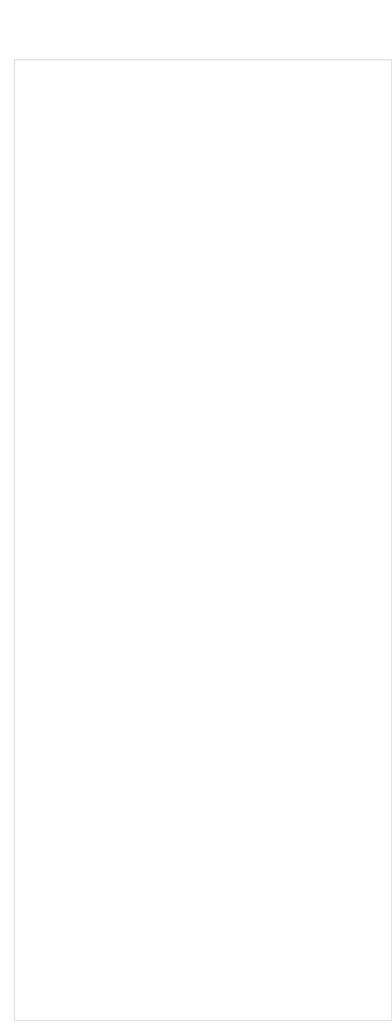
<source format=kicad_pcb>
(kicad_pcb (version 20211014) (generator pcbnew)
  (layers (0 "F.Cu" signal) (31 "B.Cu" signal) (34 "B.Paste" user) (35 "F.Paste" user) (36 "B.SilkS" user "B.Silkscreen") (37 "F.SilkS" user "F.Silkscreen") (38 "B.Mask" user) (39 "F.Mask" user) (44 "Edge.Cuts" user))
  (net 0 "")
  (footprint "Custom_Footprints:Sub_Miniature_Switch_MountingHole_3.5mm" (layer "F.Cu") (at 157.99 85.56)
    (fp_text reference "Ref**" hide)
    (fp_text value "Subminiature_Switch" hide)
    (pad "" np_thru_hole circle locked (at 0 0) (size 6.4 6.4) (drill 6.4) (layers F&B.Cu *.Mask))
  )
  (footprint "Custom_Footprints:Sub_Miniature_Switch_MountingHole_3.5mm" (layer "F.Cu") (at 146.81 100.54)
    (fp_text reference "Ref**" hide)
    (fp_text value "Subminiature_Switch" hide)
    (pad "" np_thru_hole circle locked (at 0 0) (size 6.4 6.4) (drill 6.4) (layers F&B.Cu *.Mask))
  )
  (footprint "MountingHole:MountingHole_6.4mm_M6" (layer "F.Cu") (at 155.69 63.28)
    (fp_text reference "REF**" hide)
    (fp_text value "MountingHole_6.4mm_M6")
    (pad "" np_thru_hole circle (at 0 0) (size 6.4 6.4) (drill 6.4) (layers *.Cu *.Mask))
  )
  (footprint "Custom_Footprints:Sub_Miniature_Switch_MountingHole_3.5mm" (layer "F.Cu") (at 146.81 115.53)
    (fp_text reference "Ref**" hide)
    (fp_text value "Subminiature_Switch" hide)
    (pad "" np_thru_hole circle locked (at 0 0) (size 6.4 6.4) (drill 6.4) (layers F&B.Cu *.Mask))
  )
  (footprint "MountingHole:MountingHole_3.2mm_M3" (layer "F.Cu") (at 120.18 158.05)
    (fp_text reference "REF**" hide)
    (fp_text value "MountingHole_3.2mm_M3" hide)
    (pad "" np_thru_hole oval locked (at 0 0) (size 7.2 3.4) (drill oval 7.2 3.4) (layers F&B.Cu *.Mask))
  )
  (footprint "Custom_Footprints:Sub_Miniature_Switch_MountingHole_3.5mm" (layer "F.Cu") (at 157.98 130.51)
    (fp_text reference "Ref**" hide)
    (fp_text value "Subminiature_Switch" hide)
    (pad "" np_thru_hole circle locked (at 0 0) (size 6.4 6.4) (drill 6.4) (layers F&B.Cu *.Mask))
  )
  (footprint "Custom_Footprints:Sub_Miniature_Switch_MountingHole_3.5mm" (layer "F.Cu") (at 157.99 100.54)
    (fp_text reference "Ref**" hide)
    (fp_text value "Subminiature_Switch" hide)
    (pad "" np_thru_hole circle locked (at 0 0) (size 6.4 6.4) (drill 6.4) (layers F&B.Cu *.Mask))
  )
  (footprint "Custom_Footprints:Sub_Miniature_Switch_MountingHole_3.5mm" (layer "F.Cu") (at 157.99 115.53)
    (fp_text reference "Ref**" hide)
    (fp_text value "Subminiature_Switch" hide)
    (pad "" np_thru_hole circle locked (at 0 0) (size 6.4 6.4) (drill 6.4) (layers F&B.Cu *.Mask))
  )
  (footprint "MountingHole:MountingHole_3.2mm_M3" (layer "F.Cu") (at 160.52 158.05)
    (fp_text reference "REF**" hide)
    (fp_text value "MountingHole_3.2mm_M3" hide)
    (pad "" np_thru_hole oval locked (at 0 0) (size 7.2 3.4) (drill oval 7.2 3.4) (layers F&B.Cu *.Mask))
  )
  (footprint "Custom_Footprints:MIDISocket_Hole_15mm" (layer "F.Cu") (at 127.5 63.78)
    (fp_text reference "Ref**" hide)
    (fp_text value "MIDISocket_Hole_15mm" hide)
    (pad "" np_thru_hole circle locked (at 0 0) (size 16 16) (drill 16) (layers F&B.Cu *.Mask))
  )
  (footprint "MountingHole:MountingHole_3.2mm_M3" (layer "F.Cu") (at 160.52 35.55)
    (fp_text reference "REF**" hide)
    (fp_text value "MountingHole_3.2mm_M3" hide)
    (pad "" np_thru_hole oval locked (at 0 0) (size 7.2 3.4) (drill oval 7.2 3.4) (layers F&B.Cu *.Mask))
  )
  (footprint "MountingHole:MountingHole_3.2mm_M3" (layer "F.Cu") (at 120.18 35.55)
    (fp_text reference "REF**" hide)
    (fp_text value "MountingHole_3.2mm_M3" hide)
    (pad "" np_thru_hole oval locked (at 0 0) (size 7.2 3.4) (drill oval 7.2 3.4) (layers F&B.Cu *.Mask))
  )
  (footprint "Custom_Footprints:Sub_Miniature_Switch_MountingHole_3.5mm" (layer "F.Cu") (at 146.8 85.57)
    (fp_text reference "Ref**" hide)
    (fp_text value "Subminiature_Switch" hide)
    (pad "" np_thru_hole circle locked (at 0 0) (size 6.4 6.4) (drill 6.4) (layers F&B.Cu *.Mask))
  )
  (gr_line (start 165.6 32.55) (end 165.6 161.05) (layer "Edge.Cuts") (width 0.1))
  (gr_line (start 115.1 161.05) (end 115.1 32.55) (layer "Edge.Cuts") (width 0.1))
  (gr_line (start 115.1 32.55) (end 165.6 32.55) (layer "Edge.Cuts") (width 0.1))
  (gr_line (start 165.6 161.05) (end 115.1 161.05) (layer "Edge.Cuts") (width 0.1))
  (segment (start 155.694 63.272) (end 155.186 63.272) (width 0.5) (layer "F.Cu") (net 0))
)
</source>
